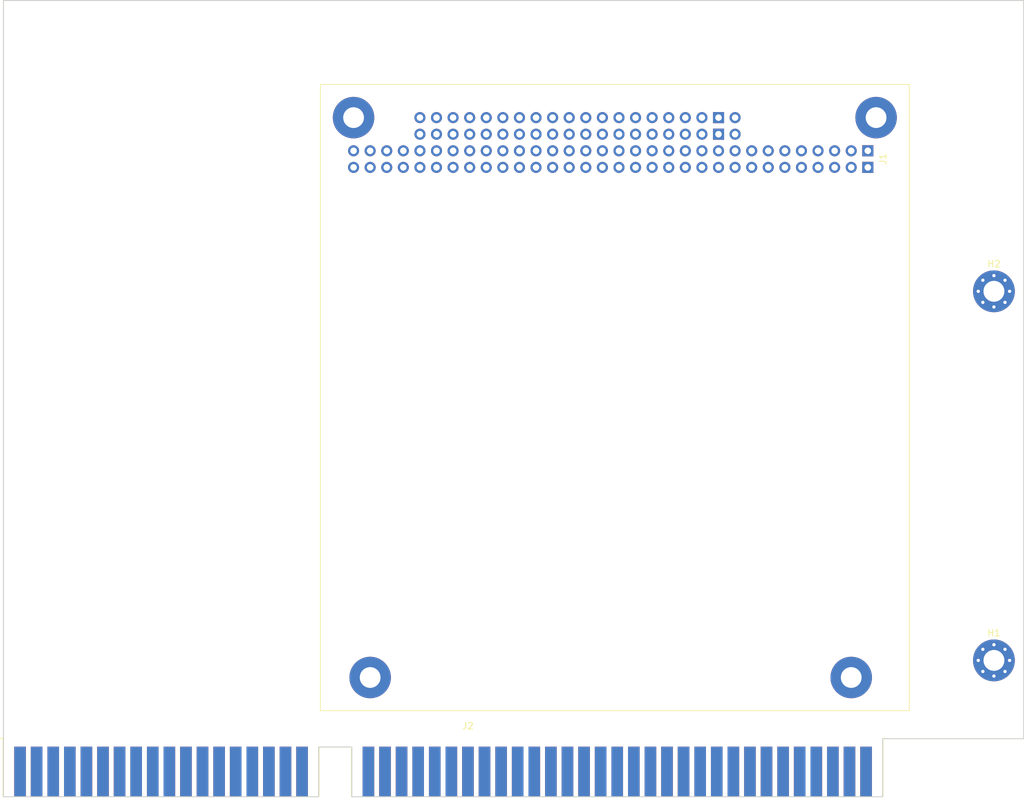
<source format=kicad_pcb>
(kicad_pcb (version 20211014) (generator pcbnew)
  (layers (0 "F.Cu" signal) (31 "B.Cu" signal) (34 "B.Paste" user) (35 "F.Paste" user) (36 "B.SilkS" user "B.Silkscreen") (37 "F.SilkS" user "F.Silkscreen") (38 "B.Mask" user) (39 "F.Mask" user) (44 "Edge.Cuts" user))
  (net 0 "")
  (net 1 "GND")
  (net 2 "+5V")
  (net 3 "/IO{slash}~{IOCHK}")
  (net 4 "/DB6{slash}SD6")
  (net 5 "/DB5{slash}SD5")
  (net 6 "/DB4{slash}SD4")
  (net 7 "/DB3{slash}SD3")
  (net 9 "/DB2{slash}SD2")
  (net 10 "/DB1{slash}SD1")
  (net 11 "/DB0{slash}SD0")
  (net 12 "/IO_READY{slash}IOCHRDY")
  (net 13 "/AEN")
  (net 14 "/BA19{slash}SA19")
  (net 15 "/BA18{slash}SA18")
  (net 16 "/BA17{slash}SA17")
  (net 17 "/BA16{slash}SA16")
  (net 18 "/BA15{slash}SA15")
  (net 19 "/BA14{slash}SA14")
  (net 20 "/BA13{slash}SA13")
  (net 21 "/BA12{slash}SA12")
  (net 22 "/BA1{slash}SA1")
  (net 23 "/BA10{slash}SA10")
  (net 24 "/BA9{slash}SA9")
  (net 25 "/BA8{slash}SA8")
  (net 26 "/BA7{slash}SA7")
  (net 27 "/BA6{slash}SA6")
  (net 28 "/BA5{slash}SA5")
  (net 29 "/BA4{slash}SA4")
  (net 30 "/BA3{slash}SA3")
  (net 31 "/DB7{slash}SD7")
  (net 32 "/BA2{slash}SA2")
  (net 33 "/BA0{slash}SA0")
  (net 34 "/RESET")
  (net 35 "/IRQ2{slash}IRQ9")
  (net 36 "-5V")
  (net 37 "/DRQ2")
  (net 38 "-12V")
  (net 39 "/~{SRDY}")
  (net 40 "+12V")
  (net 41 "/~{SMEMW}")
  (net 42 "/~{SMEMR}")
  (net 43 "/~{IOW}")
  (net 44 "/~{IOR}")
  (net 45 "/~{DACK3}")
  (net 46 "/DRQ3")
  (net 47 "/~{DACK1}")
  (net 48 "/DRQ1")
  (net 49 "/~{REFRESH}")
  (net 50 "/CLK{slash}BCLK")
  (net 51 "/IRQ7")
  (net 52 "/IRQ6")
  (net 53 "/IRQ5")
  (net 54 "/IRQ4")
  (net 55 "/IRQ3")
  (net 56 "/~{DACK2}")
  (net 57 "/TC")
  (net 58 "/ALE{slash}BALE")
  (net 59 "/OSC")
  (net 60 "/SBHE{slash}~{SBHE}")
  (net 61 "/LA23")
  (net 62 "/LA22")
  (net 63 "/LA21")
  (net 64 "/LA20")
  (net 65 "/LA19")
  (net 66 "/LA18")
  (net 67 "/LA17")
  (net 68 "/~{MEMR}")
  (net 69 "/~{MEMW}")
  (net 70 "/D8{slash}SD8")
  (net 71 "/D9{slash}SD9")
  (net 72 "/D10{slash}SD10")
  (net 73 "/D11{slash}SD11")
  (net 74 "/D12{slash}SD12")
  (net 75 "/D13{slash}SD13")
  (net 76 "/D14{slash}SD14")
  (net 77 "/D15{slash}SD15")
  (net 78 "/~{MEMCS16}")
  (net 79 "/~{IOCS16}")
  (net 80 "/IRQ10")
  (net 81 "/IRQ11")
  (net 82 "/IRQ12")
  (net 83 "/IRQ15")
  (net 84 "/IRQ14")
  (net 86 "/~{DACK0}")
  (net 87 "/DRQ0")
  (net 88 "/~{DACK5}")
  (net 89 "/DRQ5")
  (net 90 "/~{DACK6}")
  (net 91 "/DRQ6")
  (net 92 "/~{DACK7}")
  (net 93 "/DRQ7")
  (net 94 "/MASTER{slash}~{MASTER}")
  (net 95 "/BA11{slash}SA11")
  (footprint "MountingHole:MountingHole_3.2mm_M3_Pad_Via" (layer "F.Cu") (at 195.08 140.515)
    (fp_text reference "H1" (at 0 -4.2) (layer "F.SilkS"))
    (fp_text value "~")
    (pad "1" thru_hole circle (at 2.4 0) (size 0.8 0.8) (drill 0.5) (layers *.Cu *.Mask) (net 1 "GND"))
    (pad "1" thru_hole circle (at 1.697056 1.697056) (size 0.8 0.8) (drill 0.5) (layers *.Cu *.Mask) (net 1 "GND"))
    (pad "1" thru_hole circle (at 0 0) (size 6.4 6.4) (drill 3.2) (layers *.Cu *.Mask) (net 1 "GND"))
    (pad "1" thru_hole circle (at -1.697056 -1.697056) (size 0.8 0.8) (drill 0.5) (layers *.Cu *.Mask) (net 1 "GND"))
    (pad "1" thru_hole circle (at 1.697056 -1.697056) (size 0.8 0.8) (drill 0.5) (layers *.Cu *.Mask) (net 1 "GND"))
    (pad "1" thru_hole circle (at -1.697056 1.697056) (size 0.8 0.8) (drill 0.5) (layers *.Cu *.Mask) (net 1 "GND"))
    (pad "1" thru_hole circle (at 0 -2.4) (size 0.8 0.8) (drill 0.5) (layers *.Cu *.Mask) (net 1 "GND"))
    (pad "1" thru_hole circle (at -2.4 0) (size 0.8 0.8) (drill 0.5) (layers *.Cu *.Mask) (net 1 "GND"))
    (pad "1" thru_hole circle (at 0 2.4) (size 0.8 0.8) (drill 0.5) (layers *.Cu *.Mask) (net 1 "GND"))
  )
  (footprint "MountingHole:MountingHole_3.2mm_M3_Pad_Via" (layer "F.Cu") (at 195.08 84)
    (fp_text reference "H2" (at 0 -4.2) (layer "F.SilkS"))
    (fp_text value "~")
    (pad "1" thru_hole circle (at -1.697056 1.697056) (size 0.8 0.8) (drill 0.5) (layers *.Cu *.Mask) (net 1 "GND"))
    (pad "1" thru_hole circle (at 0 2.4) (size 0.8 0.8) (drill 0.5) (layers *.Cu *.Mask) (net 1 "GND"))
    (pad "1" thru_hole circle (at 1.697056 -1.697056) (size 0.8 0.8) (drill 0.5) (layers *.Cu *.Mask) (net 1 "GND"))
    (pad "1" thru_hole circle (at 0 -2.4) (size 0.8 0.8) (drill 0.5) (layers *.Cu *.Mask) (net 1 "GND"))
    (pad "1" thru_hole circle (at 2.4 0) (size 0.8 0.8) (drill 0.5) (layers *.Cu *.Mask) (net 1 "GND"))
    (pad "1" thru_hole circle (at 0 0) (size 6.4 6.4) (drill 3.2) (layers *.Cu *.Mask) (net 1 "GND"))
    (pad "1" thru_hole circle (at 1.697056 1.697056) (size 0.8 0.8) (drill 0.5) (layers *.Cu *.Mask) (net 1 "GND"))
    (pad "1" thru_hole circle (at -1.697056 -1.697056) (size 0.8 0.8) (drill 0.5) (layers *.Cu *.Mask) (net 1 "GND"))
    (pad "1" thru_hole circle (at -2.4 0) (size 0.8 0.8) (drill 0.5) (layers *.Cu *.Mask) (net 1 "GND"))
  )
  (footprint "Connector_PCBEdge:BUS_AT" (layer "F.Cu") (at 175.5 157.54)
    (fp_text reference "J2" (at -60.96 -6.99) (layer "F.SilkS"))
    (fp_text value "Bus_ISA_16bit")
    (fp_line (start -132.15 3.85) (end -132.15 -5.1) (layer "F.SilkS") (width 0.12))
    (fp_line (start -83.75 3.85) (end -83.75 -3.75) (layer "F.SilkS") (width 0.12))
    (fp_line (start -78.8 -3.75) (end -78.8 3.85) (layer "F.SilkS") (width 0.12))
    (fp_line (start -83.75 -3.75) (end -78.8 -3.75) (layer "F.SilkS") (width 0.12))
    (fp_line (start 2.6 3.85) (end 2.6 -5.1) (layer "F.SilkS") (width 0.12))
    (fp_line (start 2.6 -5.1) (end 3 -5.1) (layer "F.SilkS") (width 0.12))
    (fp_line (start -132.15 -5.1) (end -132.55 -5.1) (layer "F.SilkS") (width 0.12))
    (pad "1" connect rect (at 0 0) (size 1.78 7.62) (layers "B.Cu" "B.Mask") (net 1 "GND"))
    (pad "2" connect rect (at -2.54 0) (size 1.78 7.62) (layers "B.Cu" "B.Mask") (net 34 "/RESET"))
    (pad "3" connect rect (at -5.08 0) (size 1.78 7.62) (layers "B.Cu" "B.Mask") (net 2 "+5V"))
    (pad "4" connect rect (at -7.62 0) (size 1.78 7.62) (layers "B.Cu" "B.Mask") (net 35 "/IRQ2{slash}IRQ9"))
    (pad "5" connect rect (at -10.16 0) (size 1.78 7.62) (layers "B.Cu" "B.Mask") (net 36 "-5V"))
    (pad "6" connect rect (at -12.7 0) (size 1.78 7.62) (layers "B.Cu" "B.Mask") (net 37 "/DRQ2"))
    (pad "7" connect rect (at -15.24 0) (size 1.78 7.62) (layers "B.Cu" "B.Mask") (net 38 "-12V"))
    (pad "8" connect rect (at -17.78 0) (size 1.78 7.62) (layers "B.Cu" "B.Mask"))
    (pad "9" connect rect (at -20.32 0) (size 1.78 7.62) (layers "B.Cu" "B.Mask") (net 40 "+12V"))
    (pad "10" connect rect (at -22.86 0) (size 1.78 7.62) (layers "B.Cu" "B.Mask") (net 1 "GND"))
    (pad "11" connect rect (at -25.4 0) (size 1.78 7.62) (layers "B.Cu" "B.Mask") (net 41 "/~{SMEMW}"))
    (pad "12" connect rect (at -27.94 0) (size 1.78 7.62) (layers "B.Cu" "B.Mask") (net 42 "/~{SMEMR}"))
    (pad "13" connect rect (at -30.48 0) (size 1.78 7.62) (layers "B.Cu" "B.Mask") (net 43 "/~{IOW}"))
    (pad "14" connect rect (at -33.02 0) (size 1.78 7.62) (layers "B.Cu" "B.Mask") (net 44 "/~{IOR}"))
    (pad "15" connect rect (at -35.56 0) (size 1.78 7.62) (layers "B.Cu" "B.Mask") (net 45 "/~{DACK3}"))
    (pad "16" connect rect (at -38.1 0) (size 1.78 7.62) (layers "B.Cu" "B.Mask") (net 46 "/DRQ3"))
    (pad "17" connect rect (at -40.64 0) (size 1.78 7.62) (layers "B.Cu" "B.Mask") (net 47 "/~{DACK1}"))
    (pad "18" connect rect (at -43.18 0) (size 1.78 7.62) (layers "B.Cu" "B.Mask") (net 48 "/DRQ1"))
    (pad "19" connect rect (at -45.72 0) (size 1.78 7.62) (layers "B.Cu" "B.Mask") (net 49 "/~{REFRESH}"))
    (pad "20" connect rect (at -48.26 0) (size 1.78 7.62) (layers "B.Cu" "B.Mask") (net 50 "/CLK{slash}BCLK"))
    (pad "21" connect rect (at -50.8 0) (size 1.78 7.62) (layers "B.Cu" "B.Mask") (net 51 "/IRQ7"))
    (pad "22" connect rect (at -53.34 0) (size 1.78 7.62) (layers "B.Cu" "B.Mask") (net 52 "/IRQ6"))
    (pad "23" connect rect (at -55.88 0) (size 1.78 7.62) (layers "B.Cu" "B.Mask") (net 53 "/IRQ5"))
    (pad "24" connect rect (at -58.42 0) (size 1.78 7.62) (layers "B.Cu" "B.Mask") (net 54 "/IRQ4"))
    (pad "25" connect rect (at -60.96 0) (size 1.78 7.62) (layers "B.Cu" "B.Mask") (net 55 "/IRQ3"))
    (pad "26" connect rect (at -63.5 0) (size 1.78 7.62) (layers "B.Cu" "B.Mask") (net 56 "/~{DACK2}"))
    (pad "27" connect rect (at -66.04 0) (size 1.78 7.62) (layers "B.Cu" "B.Mask") (net 57 "/TC"))
    (pad "28" connect rect (at -68.58 0) (size 1.78 7.62) (layers "B.Cu" "B.Mask") (net 58 "/ALE{slash}BALE"))
    (pad "29" connect rect (at -71.12 0) (size 1.78 7.62) (layers "B.Cu" "B.Mask") (net 2 "+5V"))
    (pad "30" connect rect (at -73.66 0) (size 1.78 7.62) (layers "B.Cu" "B.Mask") (net 59 "/OSC"))
    (pad "31" connect rect (at -76.2 0) (size 1.78 7.62) (layers "B.Cu" "B.Mask") (net 1 "GND"))
    (pad "32" connect rect (at 0 0) (size 1.78 7.62) (layers "F.Cu" "F.Mask") (net 3 "/IO{slash}~{IOCHK}"))
    (pad "33" connect rect (at -2.54 0) (size 1.78 7.62) (layers "F.Cu" "F.Mask") (net 31 "/DB7{slash}SD7"))
    (pad "34" connect rect (at -5.08 0) (size 1.78 7.62) (layers "F.Cu" "F.Mask") (net 4 "/DB6{slash}SD6"))
    (pad "35" connect rect (at -7.62 0) (size 1.78 7.62) (layers "F.Cu" "F.Mask") (net 5 "/DB5{slash}SD5"))
    (pad "36" connect rect (at -10.16 0) (size 1.78 7.62) (layers "F.Cu" "F.Mask") (net 6 "/DB4{slash}SD4"))
    (pad "37" connect rect (at -12.7 0) (size 1.78 7.62) (layers "F.Cu" "F.Mask") (net 7 "/DB3{slash}SD3"))
    (pad "38" connect rect (at -15.24 0) (size 1.78 7.62) (layers "F.Cu" "F.Mask") (net 9 "/DB2{slash}SD2"))
    (pad "39" connect rect (at -17.78 0) (size 1.78 7.62) (layers "F.Cu" "F.Mask") (net 10 "/DB1{slash}SD1"))
    (pad "40" connect rect (at -20.32 0) (size 1.78 7.62) (layers "F.Cu" "F.Mask") (net 11 "/DB0{slash}SD0"))
    (pad "41" connect rect (at -22.86 0) (size 1.78 7.62) (layers "F.Cu" "F.Mask") (net 12 "/IO_READY{slash}IOCHRDY"))
    (pad "42" connect rect (at -25.4 0) (size 1.78 7.62) (layers "F.Cu" "F.Mask") (net 13 "/AEN"))
    (pad "43" connect rect (at -27.94 0) (size 1.78 7.62) (layers "F.Cu" "F.Mask") (net 14 "/BA19{slash}SA19"))
    (pad "44" connect rect (at -30.48 0) (size 1.78 7.62) (layers "F.Cu" "F.Mask") (net 15 "/BA18{slash}SA18"))
    (pad "45" connect rect (at -33.02 0) (size 1.78 7.62) (layers "F.Cu" "F.Mask") (net 16 "/BA17{slash}SA17"))
    (pad "46" connect rect (at -35.56 0) (size 1.78 7.62) (layers "F.Cu" "F.Mask") (net 17 "/BA16{slash}SA16"))
    (pad "47" connect rect (at -38.1 0) (size 1.78 7.62) (layers "F.Cu" "F.Mask") (net 18 "/BA15{slash}SA15"))
    (pad "48" connect rect (at -40.64 0) (size 1.78 7.62) (layers "F.Cu" "F.Mask") (net 19 "/BA14{slash}SA14"))
    (pad "49" connect rect (at -43.18 0) (size 1.78 7.62) (layers "F.Cu" "F.Mask") (net 20 "/BA13{slash}SA13"))
    (pad "50" connect rect (at -45.72 0) (size 1.78 7.62) (layers "F.Cu" "F.Mask") (net 21 "/BA12{slash}SA12"))
    (pad "51" connect rect (at -48.26 0) (size 1.78 7.62) (layers "F.Cu" "F.Mask") (net 95 "/BA11{slash}SA11"))
    (pad "52" connect rect (at -50.8 0) (size 1.78 7.62) (layers "F.Cu" "F.Mask") (net 23 "/BA10{slash}SA10"))
    (pad "53" connect rect (at -53.34 0) (size 1.78 7.62) (layers "F.Cu" "F.Mask") (net 24 "/BA9{slash}SA9"))
    (pad "54" connect rect (at -55.88 0) (size 1.78 7.62) (layers "F.Cu" "F.Mask") (net 25 "/BA8{slash}SA8"))
    (pad "55" connect rect (at -58.42 0) (size 1.78 7.62) (layers "F.Cu" "F.Mask") (net 26 "/BA7{slash}SA7"))
    (pad "56" connect rect (at -60.96 0) (size 1.78 7.62) (layers "F.Cu" "F.Mask") (net 27 "/BA6{slash}SA6"))
    (pad "57" connect rect (at -63.5 0) (size 1.78 7.62) (layers "F.Cu" "F.Mask") (net 28 "/BA5{slash}SA5"))
    (pad "58" connect rect (at -66.04 0) (size 1.78 7.62) (layers "F.Cu" "F.Mask") (net 29 "/BA4{slash}SA4"))
    (pad "59" connect rect (at -68.58 0) (size 1.78 7.62) (layers "F.Cu" "F.Mask") (net 30 "/BA3{slash}SA3"))
    (pad "60" connect rect (at -71.12 0) (size 1.78 7.62) (layers "F.Cu" "F.Mask") (net 32 "/BA2{slash}SA2"))
    (pad "61" connect rect (at -73.66 0) (size 1.78 7.62) (layers "F.Cu" "F.Mask") (net 22 "/BA1{slash}SA1"))
    (pad "62" connect rect (at -76.2 0) (size 1.78 7.62) (layers "F.Cu" "F.Mask") (net 33 "/BA0{slash}SA0"))
    (pad "63" connect rect (at -86.36 0) (size 1.78 7.62) (layers "B.Cu" "B.Mask") (net 78 "/~{MEMCS16}"))
    (pad "64" connect rect (at -88.9 0) (size 1.78 7.62) (layers "B.Cu" "B.Mask") (net 79 "/~{IOCS16}"))
    (pad "65" connect rect (at -91.44 0) (size 1.78 7.62) (layers "B.Cu" "B.Mask") (net 80 "/IRQ10"))
    (pad "66" connect rect (at -93.98 0) (size 1.78 7.62) (layers "B.Cu" "B.Mask") (net 81 "/IRQ11"))
    (pad "67" connect rect (at -96.52 0) (size 1.78 7.62) (layers "B.Cu" "B.Mask") (net 82 "/IRQ12"))
    (pad "68" connect rect (at -99.06 0) (size 1.78 7.62) (layers "B.Cu" "B.Mask") (net 83 "/IRQ15"))
    (pad "69" connect rect (at -101.6 0) (size 1.78 7.62) (layers "B.Cu" "B.Mask") (net 84 "/IRQ14"))
    (pad "70" connect rect (at -104.14 0) (size 1.78 7.62) (layers "B.Cu" "B.Mask") (net 86 "/~{DACK0}"))
    (pad "71" connect rect (at -106.68 0) (size 1.78 7.62) (layers "B.Cu" "B.Mask") (net 87 "/DRQ0"))
    (pad "72" connect rect (at -109.22 0) (size 1.78 7.62) (layers "B.Cu" "B.Mask") (net 88 "/~{DACK5}"))
    (pad "73" connect rect (at -111.76 0) (size 1.78 7.62) (layers "B.Cu" "B.Mask") (net 89 "/DRQ5"))
    (pad "74" connect rect (at -114.3 0) (size 1.78 7.62) (layers "B.Cu" "B.Mask") (net 90 "/~{DACK6}"))
    (pad "75" connect rect (at -116.84 0) (size 1.78 7.62) (layers "B.Cu" "B.Mask") (net 91 "/DRQ6"))
    (pad "76" connect rect (at -119.38 0) (size 1.78 7.62) (layers "B.Cu" "B.Mask") (net 92 "/~{DACK7}"))
    (pad "77" connect rect (at -121.92 0) (size 1.78 7.62) (layers "B.Cu" "B.Mask") (net 93 "/DRQ7"))
    (pad "78" connect rect (at -124.46 0) (size 1.78 7.62) (layers "B.Cu" "B.Mask") (net 2 "+5V"))
    (pad "79" connect rect (at -127 0) (size 1.78 7.62) (layers "B.Cu" "B.Mask") (net 94 "/MASTER{slash}~{MASTER}"))
    (pad "80" connect rect (at -129.54 0) (size 1.78 7.62) (layers "B.Cu" "B.Mask") (net 1 "GND"))
    (pad "81" connect rect (at -86.36 0) (size 1.78 7.62) (layers "F.Cu" "F.Mask") (net 60 "/SBHE{slash}~{SBHE}"))
    (pad "82" connect rect (at -88.9 0) (size 1.78 7.62) (layers "F.Cu" "F.Mask") (net 61 "/LA23"))
    (pad "83" connect rect (at -91.44 0) (size 1.78 7.62) (layers "F.Cu" "F.Mask") (net 62 "/LA22"))
    (pad "84" connect rect (at -93.98 0) (size 1.78 7.62) (layers "F.Cu" "F.Mask") (net 63 "/LA21"))
    (pad "85" connect rect (at -96.52 0) (size 1.78 7.62) (layers "F.Cu" "F.Mask") (net 64 "/LA20"))
    (pad "86" connect rect (at -99.06 0) (size 1.78 7.62) (layers "F.Cu" "F.Mask") (net 65 "/LA19"))
    (pad "87" connect rect (at -101.6 0) (size 1.78 7.62) (layers "F.Cu" "F.Mask") (net 66 "/LA18"))
    (pad "88" connect rect (at -104.14 0) (size 1.78 7.62) (layers "F.Cu" "F.Mask") (net 67 "/LA17"))
    (pad "89" connect rect (at -106.68 0) (size 1.78 7.62) (layers "F.Cu" "F.Mask") (net 68 "/~{MEMR}"))
    (pad "90" connect rect (at -109.22 0) (size 1.78 7.62) (layers "F.Cu" "F.Mask") (net 69 "/~{MEMW}"))
    (pad "91" connect rect (at -111.76 0) (size 1.78 7.62) (layers "F.Cu" "F.Mask") (net 70 "/D8{slash}SD8"))
    (pad "92" connect rect (at -114.3 0) (size 1.78 7.62) (layers "F.Cu" "F.Mask") (net 71 "/D9{slash}SD9"))
    (pad "93" connect rect (at -116.84 0) (size 1.78 7.62) (layers "F.Cu" "F.Mask") (net 72 "/D10{slash}SD10"))
    (pad "94" connect rect (at -119.38 0) (size 1.78 7.62) (layers "F.Cu" "F.Mask") (net 73 "/D11{slash}SD11"))
    (pad "95" connect rect (at -121.92 0) (size 1.78 7.62) (layers "F.Cu" "F.Mask") (net 74 "/D12{slash}SD12"))
    (pad "96" connect rect (at -124.46 0) (size 1.78 7.62) (layers "F.Cu" "F.Mask") (net 75 "/D13{slash}SD13"))
    (pad "97" connect rect (at -127 0) (size 1.78 7.62) (layers "F.Cu" "F.Mask") (net 76 "/D14{slash}SD14"))
    (pad "98" connect rect (at -129.54 0) (size 1.78 7.62) (layers "F.Cu" "F.Mask") (net 77 "/D15{slash}SD15"))
  )
  (footprint "local:PC104_16bit" (layer "F.Cu") (at 182.118 52.324 90)
    (fp_text reference "J1" (at -11.43 -4.02 270) (layer "F.SilkS"))
    (fp_text value "Bus_PC104_16bit")
    (fp_line (start -95.89 -90.17) (end -95.89 0) (layer "F.SilkS") (width 0.12))
    (fp_line (start 0 0) (end 0 -90.17) (layer "F.SilkS") (width 0.12))
    (fp_line (start 0 0) (end -95.89 0) (layer "F.SilkS") (width 0.12))
    (fp_line (start 0 -90.17) (end -95.89 -90.17) (layer "F.SilkS") (width 0.12))
    (pad "" thru_hole circle (at -5.08 -5.08 90) (size 6.35 6.35) (drill 3.18) (layers *.Cu *.Mask))
    (pad "" thru_hole circle (at -5.08 -85.09 90) (size 6.35 6.35) (drill 3.18) (layers *.Cu *.Mask))
    (pad "" thru_hole circle (at -90.81 -8.89 90) (size 6.35 6.35) (drill 3.18) (layers *.Cu *.Mask))
    (pad "" thru_hole circle (at -90.81 -82.55 90) (size 6.35 6.35) (drill 3.18) (layers *.Cu *.Mask))
    (pad "A1" thru_hole rect (at -10.16 -6.35 270) (size 1.7 1.7) (drill 1) (layers *.Cu *.Mask) (net 3 "/IO{slash}~{IOCHK}"))
    (pad "A2" thru_hole oval (at -10.16 -8.89 270) (size 1.7 1.7) (drill 1) (layers *.Cu *.Mask) (net 31 "/DB7{slash}SD7"))
    (pad "A3" thru_hole oval (at -10.16 -11.43 270) (size 1.7 1.7) (drill 1) (layers *.Cu *.Mask) (net 4 "/DB6{slash}SD6"))
    (pad "A4" thru_hole oval (at -10.16 -13.97 270) (size 1.7 1.7) (drill 1) (layers *.Cu *.Mask) (net 5 "/DB5{slash}SD5"))
    (pad "A5" thru_hole oval (at -10.16 -16.51 270) (size 1.7 1.7) (drill 1) (layers *.Cu *.Mask) (net 6 "/DB4{slash}SD4"))
    (pad "A6" thru_hole oval (at -10.16 -19.05 270) (size 1.7 1.7) (drill 1) (layers *.Cu *.Mask) (net 7 "/DB3{slash}SD3"))
    (pad "A7" thru_hole oval (at -10.16 -21.59 270) (size 1.7 1.7) (drill 1) (layers *.Cu *.Mask) (net 9 "/DB2{slash}SD2"))
    (pad "A8" thru_hole oval (at -10.16 -24.13 270) (size 1.7 1.7) (drill 1) (layers *.Cu *.Mask) (net 10 "/DB1{slash}SD1"))
    (pad "A9" thru_hole oval (at -10.16 -26.67 270) (size 1.7 1.7) (drill 1) (layers *.Cu *.Mask) (net 11 "/DB0{slash}SD0"))
    (pad "A10" thru_hole oval (at -10.16 -29.21 270) (size 1.7 1.7) (drill 1) (layers *.Cu *.Mask) (net 12 "/IO_READY{slash}IOCHRDY"))
    (pad "A11" thru_hole oval (at -10.16 -31.75 270) (size 1.7 1.7) (drill 1) (layers *.Cu *.Mask) (net 13 "/AEN"))
    (pad "A12" thru_hole oval (at -10.16 -34.29 270) (size 1.7 1.7) (drill 1) (layers *.Cu *.Mask) (net 14 "/BA19{slash}SA19"))
    (pad "A13" thru_hole oval (at -10.16 -36.83 270) (size 1.7 1.7) (drill 1) (layers *.Cu *.Mask) (net 15 "/BA18{slash}SA18"))
    (pad "A14" thru_hole oval (at -10.16 -39.37 270) (size 1.7 1.7) (drill 1) (layers *.Cu *.Mask) (net 16 "/BA17{slash}SA17"))
    (pad "A15" thru_hole oval (at -10.16 -41.91 270) (size 1.7 1.7) (drill 1) (layers *.Cu *.Mask) (net 17 "/BA16{slash}SA16"))
    (pad "A16" thru_hole oval (at -10.16 -44.45 270) (size 1.7 1.7) (drill 1) (layers *.Cu *.Mask) (net 18 "/BA15{slash}SA15"))
    (pad "A17" thru_hole oval (at -10.16 -46.99 270) (size 1.7 1.7) (drill 1) (layers *.Cu *.Mask) (net 19 "/BA14{slash}SA14"))
    (pad "A18" thru_hole oval (at -10.16 -49.53 270) (size 1.7 1.7) (drill 1) (layers *.Cu *.Mask) (net 20 "/BA13{slash}SA13"))
    (pad "A19" thru_hole oval (at -10.16 -52.07 270) (size 1.7 1.7) (drill 1) (layers *.Cu *.Mask) (net 21 "/BA12{slash}SA12"))
    (pad "A20" thru_hole oval (at -10.16 -54.61 270) (size 1.7 1.7) (drill 1) (layers *.Cu *.Mask) (net 22 "/BA1{slash}SA1"))
    (pad "A21" thru_hole oval (at -10.16 -57.15 270) (size 1.7 1.7) (drill 1) (layers *.Cu *.Mask) (net 23 "/BA10{slash}SA10"))
    (pad "A22" thru_hole oval (at -10.16 -59.69 270) (size 1.7 1.7) (drill 1) (layers *.Cu *.Mask) (net 24 "/BA9{slash}SA9"))
    (pad "A23" thru_hole oval (at -10.16 -62.23 270) (size 1.7 1.7) (drill 1) (layers *.Cu *.Mask) (net 25 "/BA8{slash}SA8"))
    (pad "A24" thru_hole oval (at -10.16 -64.77 270) (size 1.7 1.7) (drill 1) (layers *.Cu *.Mask) (net 26 "/BA7{slash}SA7"))
    (pad "A25" thru_hole oval (at -10.16 -67.31 270) (size 1.7 1.7) (drill 1) (layers *.Cu *.Mask) (net 27 "/BA6{slash}SA6"))
    (pad "A26" thru_hole oval (at -10.16 -69.85 270) (size 1.7 1.7) (drill 1) (layers *.Cu *.Mask) (net 28 "/BA5{slash}SA5"))
    (pad "A27" thru_hole oval (at -10.16 -72.39 270) (size 1.7 1.7) (drill 1) (layers *.Cu *.Mask) (net 29 "/BA4{slash}SA4"))
    (pad "A28" thru_hole oval (at -10.16 -74.93 270) (size 1.7 1.7) (drill 1) (layers *.Cu *.Mask) (net 30 "/BA3{slash}SA3"))
    (pad "A29" thru_hole oval (at -10.16 -77.47 270) (size 1.7 1.7) (drill 1) (layers *.Cu *.Mask) (net 32 "/BA2{slash}SA2"))
    (pad "A30" thru_hole oval (at -10.16 -80.01 270) (size 1.7 1.7) (drill 1) (layers *.Cu *.Mask))
    (pad "A31" thru_hole oval (at -10.16 -82.55 270) (size 1.7 1.7) (drill 1) (layers *.Cu *.Mask) (net 33 "/BA0{slash}SA0"))
    (pad "A32" thru_hole oval (at -10.16 -85.09 270) (size 1.7 1.7) (drill 1) (layers *.Cu *.Mask) (net 1 "GND"))
    (pad "B1" thru_hole rect (at -12.7 -6.35 270) (size 1.7 1.7) (drill 1) (layers *.Cu *.Mask) (net 1 "GND"))
    (pad "B2" thru_hole oval (at -12.7 -8.89 270) (size 1.7 1.7) (drill 1) (layers *.Cu *.Mask) (net 34 "/RESET"))
    (pad "B3" thru_hole oval (at -12.7 -11.43 270) (size 1.7 1.7) (drill 1) (layers *.Cu *.Mask) (net 2 "+5V"))
    (pad "B4" thru_hole oval (at -12.7 -13.97 270) (size 1.7 1.7) (drill 1) (layers *.Cu *.Mask) (net 35 "/IRQ2{slash}IRQ9"))
    (pad "B5" thru_hole oval (at -12.7 -16.51 270) (size 1.7 1.7) (drill 1) (layers *.Cu *.Mask) (net 36 "-5V"))
    (pad "B6" thru_hole oval (at -12.7 -19.05 270) (size 1.7 1.7) (drill 1) (layers *.Cu *.Mask) (net 37 "/DRQ2"))
    (pad "B7" thru_hole oval (at -12.7 -21.59 270) (size 1.7 1.7) (drill 1) (layers *.Cu *.Mask) (net 38 "-12V"))
    (pad "B8" thru_hole oval (at -12.7 -24.13 270) (size 1.7 1.7) (drill 1) (layers *.Cu *.Mask) (net 39 "/~{SRDY}"))
    (pad "B9" thru_hole oval (at -12.7 -26.67 270) (size 1.7 1.7) (drill 1) (layers *.Cu *.Mask) (net 40 "+12V"))
    (pad "B10" thru_hole oval (at -12.7 -29.21 270) (size 1.7 1.7) (drill 1) (layers *.Cu *.Mask))
    (pad "B11" thru_hole oval (at -12.7 -31.75 270) (size 1.7 1.7) (drill 1) (layers *.Cu *.Mask) (net 41 "/~{SMEMW}"))
    (pad "B12" thru_hole oval (at -12.7 -34.29 270) (size 1.7 1.7) (drill 1) (layers *.Cu *.Mask) (net 42 "/~{SMEMR}"))
    (pad "B13" thru_hole oval (at -12.7 -36.83 270) (size 1.7 1.7) (drill 1) (layers *.Cu *.Mask) (net 43 "/~{IOW}"))
    (pad "B14" thru_hole oval (at -12.7 -39.37 270) (size 1.7 1.7) (drill 1) (layers *.Cu *.Mask) (net 44 "/~{IOR}"))
    (pad "B15" thru_hole oval (at -12.7 -41.91 270) (size 1.7 1.7) (drill 1) (layers *.Cu *.Mask) (net 45 "/~{DACK3}"))
    (pad "B16" thru_hole oval (at -12.7 -44.45 270) (size 1.7 1.7) (drill 1) (layers *.Cu *.Mask) (net 46 "/DRQ3"))
    (pad "B17" thru_hole oval (at -12.7 -46.99 270) (size 1.7 1.7) (drill 1) (layers *.Cu *.Mask) (net 47 "/~{DACK1}"))
    (pad "B18" thru_hole oval (at -12.7 -49.53 270) (size 1.7 1.7) (drill 1) (layers *.Cu *.Mask) (net 48 "/DRQ1"))
    (pad "B19" thru_hole oval (at -12.7 -52.07 270) (size 1.7 1.7) (drill 1) (layers *.Cu *.Mask) (net 49 "/~{REFRESH}"))
    (pad "B20" thru_hole oval (at -12.7 -54.61 270) (size 1.7 1.7) (drill 1) (layers *.Cu *.Mask) (net 50 "/CLK{slash}BCLK"))
    (pad "B21" thru_hole oval (at -12.7 -57.15 270) (size 1.7 1.7) (drill 1) (layers *.Cu *.Mask) (net 51 "/IRQ7"))
    (pad "B22" thru_hole oval (at -12.7 -59.69 270) (size 1.7 1.7) (drill 1) (layers *.Cu *.Mask) (net 52 "/IRQ6"))
    (pad "B23" thru_hole oval (at -12.7 -62.23 270) (size 1.7 1.7) (drill 1) (layers *.Cu *.Mask) (net 53 "/IRQ5"))
    (pad "B24" thru_hole oval (at -12.7 -64.77 270) (size 1.7 1.7) (drill 1) (layers *.Cu *.Mask) (net 54 "/IRQ4"))
    (pad "B25" thru_hole oval (at -12.7 -67.31 270) (size 1.7 1.7) (drill 1) (layers *.Cu *.Mask) (net 55 "/IRQ3"))
    (pad "B26" thru_hole oval (at -12.7 -69.85 270) (size 1.7 1.7) (drill 1) (layers *.Cu *.Mask) (net 56 "/~{DACK2}"))
    (pad "B27" thru_hole oval (at -12.7 -72.39 270) (size 1.7 1.7) (drill 1) (layers *.Cu *.Mask) (net 57 "/TC"))
    (pad "B28" thru_hole oval (at -12.7 -74.93 270) (size 1.7 1.7) (drill 1) (layers *.Cu *.Mask) (net 58 "/ALE{slash}BALE"))
    (pad "B29" thru_hole oval (at -12.7 -77.47 270) (size 1.7 1.7) (drill 1) (layers *.Cu *.Mask) (net 2 "+5V"))
    (pad "B30" thru_hole oval (at -12.7 -80.01 270) (size 1.7 1.7) (drill 1) (layers *.Cu *.Mask) (net 59 "/OSC"))
    (pad "B31" thru_hole oval (at -12.7 -82.55 270) (size 1.7 1.7) (drill 1) (layers *.Cu *.Mask) (net 1 "GND"))
    (pad "B32" thru_hole oval (at -12.7 -85.09 270) (size 1.7 1.7) (drill 1) (layers *.Cu *.Mask) (net 1 "GND"))
    (pad "C0" thru_hole oval (at -7.62 -26.67 270) (size 1.7 1.7) (drill 1) (layers *.Cu *.Mask) (net 1 "GND"))
    (pad "C1" thru_hole rect (at -7.62 -29.21 270) (size 1.7 1.7) (drill 1) (layers *.Cu *.Mask) (net 60 "/SBHE{slash}~{SBHE}"))
    (pad "C2" thru_hole oval (at -7.62 -31.75 270) (size 1.7 1.7) (drill 1) (layers *.Cu *.Mask) (net 61 "/LA23"))
    (pad "C3" thru_hole oval (at -7.62 -34.29 270) (size 1.7 1.7) (drill 1) (layers *.Cu *.Mask) (net 62 "/LA22"))
    (pad "C4" thru_hole oval (at -7.62 -36.83 270) (size 1.7 1.7) (drill 1) (layers *.Cu *.Mask) (net 63 "/LA21"))
    (pad "C5" thru_hole oval (at -7.62 -39.37 270) (size 1.7 1.7) (drill 1) (layers *.Cu *.Mask) (net 64 "/LA20"))
    (pad "C6" thru_hole oval (at -7.62 -41.91 270) (size 1.7 1.7) (drill 1) (layers *.Cu *.Mask) (net 65 "/LA19"))
    (pad "C7" thru_hole oval (at -7.62 -44.45 270) (size 1.7 1.7) (drill 1) (layers *.Cu *.Mask) (net 66 "/LA18"))
    (pad "C8" thru_hole oval (at -7.62 -46.99 270) (size 1.7 1.7) (drill 1) (layers *.Cu *.Mask) (net 67 "/LA17"))
    (pad "C9" thru_hole oval (at -7.62 -49.53 270) (size 1.7 1.7) (drill 1) (layers *.Cu *.Mask) (net 68 "/~{MEMR}"))
    (pad "C10" thru_hole oval (at -7.62 -52.07 270) (size 1.7 1.7) (drill 1) (layers *.Cu *.Mask) (net 69 "/~{MEMW}"))
    (pad "C11" thru_hole oval (at -7.62 -54.61 270) (size 1.7 1.7) (drill 1) (layers *.Cu *.Mask) (net 70 "/D8{slash}SD8"))
    (pad "C12" thru_hole oval (at -7.62 -57.15 270) (size 1.7 1.7) (drill 1) (layers *.Cu *.Mask) (net 71 "/D9{slash}SD9"))
    (pad "C13" thru_hole oval (at -7.62 -59.69 270) (size 1.7 1.7) (drill 1) (layers *.Cu *.Mask) (net 72 "/D10{slash}SD10"))
    (pad "C14" thru_hole oval (at -7.62 -62.23 270) (size 1.7 1.7) (drill 1) (layers *.Cu *.Mask) (net 73 "/D11{slash}SD11"))
    (pad "C15" thru_hole oval (at -7.62 -64.77 270) (size 1.7 1.7) (drill 1) (layers *.Cu *.Mask) (net 74 "/D12{slash}SD12"))
    (pad "C16" thru_hole oval (at -7.62 -67.31 270) (size 1.7 1.7) (drill 1) (layers *.Cu *.Mask) (net 75 "/D13{slash}SD13"))
    (pad "C17" thru_hole oval (at -7.62 -69.85 270) (size 1.7 1.7) (drill 1) (layers *.Cu *.Mask) (net 76 "/D14{slash}SD14"))
    (pad "C18" thru_hole oval (at -7.62 -72.39 270) (size 1.7 1.7) (drill 1) (layers *.Cu *.Mask) (net 77 "/D15{slash}SD15"))
    (pad "C19" thru_hole oval (at -7.62 -74.93 270) (size 1.7 1.7) (drill 1) (layers *.Cu *.Mask))
    (pad "D0" thru_hole oval (at -5.08 -26.67 270) (size 1.7 1.7) (drill 1) (layers *.Cu *.Mask) (net 1 "GND"))
    (pad "D1" thru_hole rect (at -5.08 -29.21 270) (size 1.7 1.7) (drill 1) (layers *.Cu *.Mask) (net 78 "/~{MEMCS16}"))
    (pad "D2" thru_hole oval (at -5.08 -31.75 270) (size 1.7 1.7) (drill 1) (layers *.Cu *.Mask) (net 79 "/~{IOCS16}"))
    (pad "D3" thru_hole oval (at -5.08 -34.29 270) (size 1.7 1.7) (drill 1) (layers *.Cu *.Mask) (net 80 "/IRQ10"))
    (pad "D4" thru_hole oval (at -5.08 -36.83 270) (size 1.7 1.7) (drill 1) (layers *.Cu *.Mask) (net 81 "/IRQ11"))
    (pad "D5" thru_hole oval (at -5.08 -39.37 270) (size 1.7 1.7) (drill 1) (layers *.Cu *.Mask) (net 82 "/IRQ12"))
    (pad "D6" thru_hole oval (at -5.08 -41.91 270) (size 1.7 1.7) (drill 1) (layers *.Cu *.Mask) (net 83 "/IRQ15"))
    (pad "D7" thru_hole oval (at -5.08 -44.45 270) (size 1.7 1.7) (drill 1) (layers *.Cu *.Mask) (net 84 "/IRQ14"))
    (pad "D8" thru_hole oval (at -5.08 -46.99 270) (size 1.7 1.7) (drill 1) (layers *.Cu *.Mask) (net 86 "/~{DACK0}"))
    (pad "D9" thru_hole oval (at -5.08 -49.53 270) (size 1.7 1.7) (drill 1) (layers *.Cu *.Mask) (net 87 "/DRQ0"))
    (pad "D10" thru_hole oval (at -5.08 -52.07 270) (size 1.7 1.7) (drill 1) (layers *.Cu *.Mask) (net 88 "/~{DACK5}"))
    (pad "D11" thru_hole oval (at -5.08 -54.61 270) (size 1.7 1.7) (drill 1) (layers *.Cu *.Mask) (net 89 "/DRQ5"))
    (pad "D12" thru_hole oval (at -5.08 -57.15 270) (size 1.7 1.7) (drill 1) (layers *.Cu *.Mask) (net 90 "/~{DACK6}"))
    (pad "D13" thru_hole oval (at -5.08 -59.69 270) (size 1.7 1.7) (drill 1) (layers *.Cu *.Mask) (net 91 "/DRQ6"))
    (pad "D14" thru_hole oval (at -5.08 -62.23 270) (size 1.7 1.7) (drill 1) (layers *.Cu *.Mask) (net 92 "/~{DACK7}"))
    (pad "D15" thru_hole oval (at -5.08 -64.77 270) (size 1.7 1.7) (drill 1) (layers *.Cu *.Mask) (net 93 "/DRQ7"))
    (pad "D16" thru_hole oval (at -5.08 -67.31 270) (size 1.7 1.7) (drill 1) (layers *.Cu *.Mask) (net 2 "+5V"))
    (pad "D17" thru_hole oval (at -5.08 -69.85 270) (size 1.7 1.7) (drill 1) (layers *.Cu *.Mask) (net 94 "/MASTER{slash}~{MASTER}"))
    (pad "D18" thru_hole oval (at -5.08 -72.39 270) (size 1.7 1.7) (drill 1) (layers *.Cu *.Mask) (net 1 "GND"))
    (pad "D19" thru_hole oval (at -5.08 -74.93 270) (size 1.7 1.7) (drill 1) (layers *.Cu *.Mask) (net 1 "GND"))
  )
  (gr_line (start 43.42 161.39) (end 91.68 161.39) (layer "Edge.Cuts") (width 0.15))
  (gr_line (start 96.76 161.39) (end 178.04 161.39) (layer "Edge.Cuts") (width 0.15))
  (gr_line (start 43.42 39.47) (end 43.42 161.39) (layer "Edge.Cuts") (width 0.15))
  (gr_line (start 199.63 152.5) (end 199.63 39.47) (layer "Edge.Cuts") (width 0.15))
  (gr_line (start 199.63 39.47) (end 43.42 39.47) (layer "Edge.Cuts") (width 0.15))
  (gr_line (start 96.76 153.77) (end 96.76 161.39) (layer "Edge.Cuts") (width 0.15))
  (gr_line (start 178.04 161.39) (end 178.04 152.5) (layer "Edge.Cuts") (width 0.15))
  (gr_line (start 178.04 152.5) (end 199.63 152.5) (layer "Edge.Cuts") (width 0.15))
  (gr_line (start 91.68 161.39) (end 91.68 153.77) (layer "Edge.Cuts") (width 0.15))
  (gr_line (start 91.68 153.77) (end 96.76 153.77) (layer "Edge.Cuts") (width 0.15))
)
</source>
